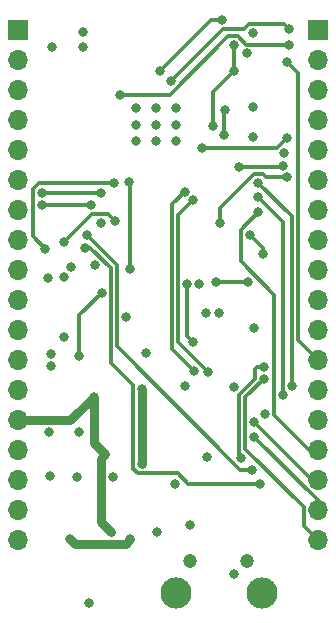
<source format=gbr>
%TF.GenerationSoftware,KiCad,Pcbnew,(5.1.7-0-10_14)*%
%TF.CreationDate,2020-11-01T22:18:58+09:00*%
%TF.ProjectId,esp32-dev,65737033-322d-4646-9576-2e6b69636164,rev?*%
%TF.SameCoordinates,Original*%
%TF.FileFunction,Copper,L4,Bot*%
%TF.FilePolarity,Positive*%
%FSLAX46Y46*%
G04 Gerber Fmt 4.6, Leading zero omitted, Abs format (unit mm)*
G04 Created by KiCad (PCBNEW (5.1.7-0-10_14)) date 2020-11-01 22:18:58*
%MOMM*%
%LPD*%
G01*
G04 APERTURE LIST*
%TA.AperFunction,ComponentPad*%
%ADD10C,1.200000*%
%TD*%
%TA.AperFunction,ComponentPad*%
%ADD11C,2.640000*%
%TD*%
%TA.AperFunction,ComponentPad*%
%ADD12O,1.700000X1.700000*%
%TD*%
%TA.AperFunction,ComponentPad*%
%ADD13R,1.700000X1.700000*%
%TD*%
%TA.AperFunction,ViaPad*%
%ADD14C,0.800000*%
%TD*%
%TA.AperFunction,Conductor*%
%ADD15C,0.750000*%
%TD*%
%TA.AperFunction,Conductor*%
%ADD16C,0.300000*%
%TD*%
G04 APERTURE END LIST*
D10*
%TO.P,J2,MH4*%
%TO.N,N/C*%
X135575000Y-114020000D03*
%TO.P,J2,MH3*%
X140425000Y-114020000D03*
D11*
%TO.P,J2,MH2*%
X134375000Y-116700000D03*
%TO.P,J2,MH1*%
X141625000Y-116700000D03*
%TD*%
D12*
%TO.P,J5,18*%
%TO.N,VBUS*%
X121000000Y-112240000D03*
%TO.P,J5,17*%
%TO.N,VDD*%
X121000000Y-109700000D03*
%TO.P,J5,16*%
%TO.N,Net-(J5-Pad16)*%
X121000000Y-107160000D03*
%TO.P,J5,15*%
%TO.N,GND*%
X121000000Y-104620000D03*
%TO.P,J5,14*%
%TO.N,+BATT*%
X121000000Y-102080000D03*
%TO.P,J5,13*%
%TO.N,EN*%
X121000000Y-99540000D03*
%TO.P,J5,12*%
%TO.N,Net-(J5-Pad12)*%
X121000000Y-97000000D03*
%TO.P,J5,11*%
%TO.N,Net-(J5-Pad11)*%
X121000000Y-94460000D03*
%TO.P,J5,10*%
%TO.N,IO2*%
X121000000Y-91920000D03*
%TO.P,J5,9*%
%TO.N,IO5*%
X121000000Y-89380000D03*
%TO.P,J5,8*%
%TO.N,IO13*%
X121000000Y-86840000D03*
%TO.P,J5,7*%
%TO.N,IO33*%
X121000000Y-84300000D03*
%TO.P,J5,6*%
%TO.N,IO32*%
X121000000Y-81760000D03*
%TO.P,J5,5*%
%TO.N,IO27*%
X121000000Y-79220000D03*
%TO.P,J5,4*%
%TO.N,IO26_DAC2*%
X121000000Y-76680000D03*
%TO.P,J5,3*%
%TO.N,IO25_DAC1*%
X121000000Y-74140000D03*
%TO.P,J5,2*%
%TO.N,TXD0*%
X121000000Y-71600000D03*
D13*
%TO.P,J5,1*%
%TO.N,RXD0*%
X121000000Y-69060000D03*
%TD*%
%TO.P,J6,1*%
%TO.N,I36*%
X146400000Y-69060000D03*
D12*
%TO.P,J6,2*%
%TO.N,I39*%
X146400000Y-71600000D03*
%TO.P,J6,3*%
%TO.N,I34*%
X146400000Y-74140000D03*
%TO.P,J6,4*%
%TO.N,I35*%
X146400000Y-76680000D03*
%TO.P,J6,5*%
%TO.N,IO15*%
X146400000Y-79220000D03*
%TO.P,J6,6*%
%TO.N,Net-(J6-Pad6)*%
X146400000Y-81760000D03*
%TO.P,J6,7*%
%TO.N,GPIO0*%
X146400000Y-84300000D03*
%TO.P,J6,8*%
%TO.N,IO18*%
X146400000Y-86840000D03*
%TO.P,J6,9*%
%TO.N,IO23*%
X146400000Y-89380000D03*
%TO.P,J6,10*%
%TO.N,IO19*%
X146400000Y-91920000D03*
%TO.P,J6,11*%
%TO.N,IO21*%
X146400000Y-94460000D03*
%TO.P,J6,12*%
%TO.N,IO22*%
X146400000Y-97000000D03*
%TO.P,J6,13*%
%TO.N,IO14*%
X146400000Y-99540000D03*
%TO.P,J6,14*%
%TO.N,IO12*%
X146400000Y-102080000D03*
%TO.P,J6,15*%
%TO.N,IO4*%
X146400000Y-104620000D03*
%TO.P,J6,16*%
%TO.N,IO16*%
X146400000Y-107160000D03*
%TO.P,J6,17*%
%TO.N,IO17*%
X146400000Y-109700000D03*
%TO.P,J6,18*%
%TO.N,RESET*%
X146400000Y-112240000D03*
%TD*%
D14*
%TO.N,GND*%
X132700000Y-78500000D03*
X132700000Y-77100000D03*
X132700000Y-75700000D03*
X131000000Y-75700000D03*
X131000000Y-77100000D03*
X131000000Y-78500000D03*
X134400000Y-78500000D03*
X134400000Y-77100000D03*
X134400000Y-75700000D03*
X131800000Y-96400000D03*
X135100000Y-99200000D03*
X139300000Y-99300000D03*
X129000000Y-106900000D03*
X126000000Y-106900000D03*
X123700000Y-106800000D03*
X123600000Y-103100000D03*
X126200000Y-103100000D03*
X136300000Y-90600000D03*
X125500000Y-89100000D03*
X124900000Y-90000000D03*
X123500000Y-90100000D03*
X128000000Y-85400000D03*
X126500000Y-69200000D03*
X140900000Y-69300000D03*
X127000000Y-117600000D03*
X139300000Y-115100000D03*
X138000000Y-93000000D03*
X136900000Y-93000000D03*
X132800000Y-111600000D03*
X134300000Y-107500000D03*
X135600000Y-111000000D03*
X123800000Y-96500000D03*
X124900000Y-95100000D03*
%TO.N,I35*%
X123800000Y-97500000D03*
%TO.N,+BATT*%
X128400000Y-105000000D03*
X128900000Y-111600000D03*
%TO.N,VDD*%
X141900000Y-101600000D03*
X126500000Y-70500000D03*
%TO.N,Net-(C2-Pad1)*%
X131500000Y-105850000D03*
X131500000Y-99500000D03*
%TO.N,VDD*%
X123900000Y-70500000D03*
X127500000Y-89000000D03*
X130100000Y-93400000D03*
X141000000Y-94281998D03*
X136961108Y-105238892D03*
%TO.N,+BATT*%
X127400000Y-100100000D03*
%TO.N,RESET*%
X141700000Y-88000000D03*
X140600000Y-86400000D03*
X141800000Y-98600000D03*
%TO.N,VBUS*%
X130500000Y-112200000D03*
X125400000Y-112200000D03*
%TO.N,IO21*%
X140900000Y-75600000D03*
%TO.N,IO17*%
X141350000Y-82000000D03*
X144200000Y-99213680D03*
X141000000Y-103500000D03*
%TO.N,IO16*%
X141350000Y-83200000D03*
X143450000Y-100000000D03*
X141000000Y-102300000D03*
%TO.N,DTR*%
X140472295Y-90383365D03*
X137800000Y-90400000D03*
%TO.N,RTS*%
X141830331Y-97569669D03*
X139900000Y-105300000D03*
%TO.N,CH340GND*%
X135300000Y-90600000D03*
X135800000Y-95500000D03*
%TO.N,TXD0*%
X137100000Y-98000000D03*
X135800000Y-83500000D03*
X138462170Y-77937830D03*
X138500000Y-75800000D03*
%TO.N,RXD0*%
X139252831Y-70347169D03*
X139292169Y-72507831D03*
X135900000Y-97900000D03*
X135092892Y-82792892D03*
X137500000Y-77200000D03*
%TO.N,I35*%
X126197887Y-96669036D03*
X128099989Y-91300000D03*
X130500000Y-89324999D03*
X130400000Y-81900000D03*
X143800000Y-78200000D03*
X136600000Y-79100000D03*
%TO.N,I36*%
X138300000Y-68200000D03*
X133000000Y-72535000D03*
%TO.N,I39*%
X143900000Y-68950000D03*
X133912170Y-73387830D03*
%TO.N,I34*%
X143900000Y-70300000D03*
X129599998Y-74537829D03*
%TO.N,IO32*%
X123007168Y-82892832D03*
X128000000Y-82900000D03*
%TO.N,IO33*%
X123000000Y-83900000D03*
X127200000Y-83900000D03*
%TO.N,IO14*%
X126800000Y-86400000D03*
X140800000Y-106300000D03*
%TO.N,IO12*%
X126700000Y-87500000D03*
X141500000Y-107500000D03*
%TO.N,IO13*%
X124900000Y-87000000D03*
X129200000Y-85200000D03*
%TO.N,IO15*%
X138100000Y-85400000D03*
X143800002Y-81536331D03*
%TO.N,IO4*%
X141350000Y-84500000D03*
%TO.N,IO5*%
X123300000Y-87590000D03*
X129100000Y-82000000D03*
X139700000Y-80700000D03*
X143400000Y-80600000D03*
%TO.N,IO18*%
X143558955Y-79501707D03*
%TO.N,IO19*%
X140900000Y-78100000D03*
%TO.N,IO22*%
X143800000Y-71800000D03*
%TO.N,IO23*%
X140405375Y-71050000D03*
%TD*%
D15*
%TO.N,Net-(C2-Pad1)*%
X131500000Y-105850000D02*
X131500000Y-99500000D01*
%TO.N,+BATT*%
X128000001Y-110700001D02*
X128900000Y-111600000D01*
X128000001Y-105399999D02*
X128000001Y-110700001D01*
X128400000Y-105000000D02*
X128000001Y-105399999D01*
X125420000Y-102080000D02*
X127400000Y-100100000D01*
X121000000Y-102080000D02*
X125420000Y-102080000D01*
X127400000Y-104000000D02*
X128400000Y-105000000D01*
X127400000Y-100100000D02*
X127400000Y-104000000D01*
D16*
%TO.N,RESET*%
X141700000Y-87500000D02*
X140600000Y-86400000D01*
X141700000Y-88000000D02*
X141700000Y-87500000D01*
X145199999Y-109489997D02*
X145199999Y-111039999D01*
X140249999Y-104539997D02*
X145199999Y-109489997D01*
X145199999Y-111039999D02*
X146400000Y-112240000D01*
X140249999Y-100150001D02*
X140249999Y-104539997D01*
X141800000Y-98600000D02*
X140249999Y-100150001D01*
D15*
%TO.N,VBUS*%
X125799999Y-112599999D02*
X125400000Y-112200000D01*
X130100001Y-112599999D02*
X125799999Y-112599999D01*
X130500000Y-112200000D02*
X130100001Y-112599999D01*
D16*
%TO.N,IO17*%
X144200000Y-84850000D02*
X144200000Y-99213680D01*
X141350000Y-82000000D02*
X144200000Y-84850000D01*
X146400000Y-108900000D02*
X146400000Y-109700000D01*
X141000000Y-103500000D02*
X146400000Y-108900000D01*
%TO.N,IO16*%
X143450000Y-85300000D02*
X143450000Y-100000000D01*
X141350000Y-83200000D02*
X143450000Y-85300000D01*
X145860000Y-107160000D02*
X146400000Y-107160000D01*
X141000000Y-102300000D02*
X145860000Y-107160000D01*
%TO.N,DTR*%
X137816635Y-90383365D02*
X137800000Y-90400000D01*
X140472295Y-90383365D02*
X137816635Y-90383365D01*
%TO.N,RTS*%
X141264646Y-97569669D02*
X141830331Y-97569669D01*
X141049999Y-97784316D02*
X141264646Y-97569669D01*
X141049999Y-98642881D02*
X141049999Y-97784316D01*
X139746440Y-105146440D02*
X139746440Y-99946440D01*
X139746440Y-99946440D02*
X141049999Y-98642881D01*
X139900000Y-105300000D02*
X139746440Y-105146440D01*
%TO.N,CH340GND*%
X135300000Y-95000000D02*
X135800000Y-95500000D01*
X135300000Y-90600000D02*
X135300000Y-95000000D01*
%TO.N,TXD0*%
X134549999Y-95449999D02*
X134549999Y-84750001D01*
X134549999Y-84750001D02*
X135800000Y-83500000D01*
X137100000Y-98000000D02*
X134549999Y-95449999D01*
X138462170Y-75837830D02*
X138500000Y-75800000D01*
X138462170Y-77937830D02*
X138462170Y-75837830D01*
%TO.N,RXD0*%
X139252831Y-72468493D02*
X139292169Y-72507831D01*
X139252831Y-70347169D02*
X139252831Y-72468493D01*
X134049989Y-83835795D02*
X135092892Y-82792892D01*
X134049989Y-96049989D02*
X134049989Y-83835795D01*
X135900000Y-97900000D02*
X134049989Y-96049989D01*
X137500000Y-74300000D02*
X139292169Y-72507831D01*
X137500000Y-77200000D02*
X137500000Y-74300000D01*
%TO.N,I35*%
X126197887Y-93202102D02*
X128099989Y-91300000D01*
X126197887Y-96669036D02*
X126197887Y-93202102D01*
X130500000Y-82000000D02*
X130400000Y-81900000D01*
X130500000Y-89324999D02*
X130500000Y-82000000D01*
X142900000Y-79100000D02*
X136600000Y-79100000D01*
X143800000Y-78200000D02*
X142900000Y-79100000D01*
%TO.N,I36*%
X137335000Y-68200000D02*
X133000000Y-72535000D01*
X138300000Y-68200000D02*
X137335000Y-68200000D01*
%TO.N,I39*%
X138350000Y-68950000D02*
X133912170Y-73387830D01*
X143499999Y-68549999D02*
X140550000Y-68549999D01*
X140550000Y-68549999D02*
X140149999Y-68950000D01*
X140149999Y-68950000D02*
X138350000Y-68950000D01*
X143900000Y-68950000D02*
X143499999Y-68549999D01*
%TO.N,I34*%
X138812834Y-69597168D02*
X133872173Y-74537829D01*
X133872173Y-74537829D02*
X129599998Y-74537829D01*
X140315664Y-70300000D02*
X139612832Y-69597168D01*
X139612832Y-69597168D02*
X138812834Y-69597168D01*
X143900000Y-70300000D02*
X140315664Y-70300000D01*
%TO.N,IO32*%
X127992832Y-82892832D02*
X128000000Y-82900000D01*
X123007168Y-82892832D02*
X127992832Y-82892832D01*
%TO.N,IO33*%
X123000000Y-83900000D02*
X127200000Y-83900000D01*
%TO.N,IO14*%
X139789998Y-106300000D02*
X129349999Y-95860001D01*
X129349999Y-88949999D02*
X126800000Y-86400000D01*
X129349999Y-95860001D02*
X129349999Y-88949999D01*
X140800000Y-106300000D02*
X139789998Y-106300000D01*
%TO.N,IO12*%
X127110002Y-87500000D02*
X126700000Y-87500000D01*
X128849989Y-89239987D02*
X127110002Y-87500000D01*
X130749999Y-99149999D02*
X128849989Y-97249989D01*
X130749999Y-106210001D02*
X130749999Y-99149999D01*
X131139999Y-106600001D02*
X130749999Y-106210001D01*
X134510003Y-106600001D02*
X131139999Y-106600001D01*
X128849989Y-97249989D02*
X128849989Y-89239987D01*
X135410002Y-107500000D02*
X134510003Y-106600001D01*
X141500000Y-107500000D02*
X135410002Y-107500000D01*
%TO.N,IO13*%
X128649999Y-84649999D02*
X129200000Y-85200000D01*
X127250001Y-84649999D02*
X128649999Y-84649999D01*
X124900000Y-87000000D02*
X127250001Y-84649999D01*
%TO.N,IO15*%
X141996333Y-81536331D02*
X143800002Y-81536331D01*
X140989999Y-81249999D02*
X141710001Y-81249999D01*
X138100000Y-84139998D02*
X140989999Y-81249999D01*
X141710001Y-81249999D02*
X141996333Y-81536331D01*
X138100000Y-85400000D02*
X138100000Y-84139998D01*
%TO.N,IO4*%
X139849999Y-86000001D02*
X139849999Y-88651067D01*
X139849999Y-88651067D02*
X142700000Y-91501068D01*
X141350000Y-84500000D02*
X139849999Y-86000001D01*
X145620000Y-104620000D02*
X146400000Y-104620000D01*
X142700000Y-101700000D02*
X145620000Y-104620000D01*
X142700000Y-91501068D02*
X142700000Y-101700000D01*
%TO.N,IO5*%
X122789998Y-82000000D02*
X129100000Y-82000000D01*
X122249999Y-82539999D02*
X122789998Y-82000000D01*
X122249999Y-86539999D02*
X122249999Y-82539999D01*
X123300000Y-87590000D02*
X122249999Y-86539999D01*
X143300000Y-80700000D02*
X143400000Y-80600000D01*
X139700000Y-80700000D02*
X143300000Y-80700000D01*
%TO.N,IO22*%
X144700010Y-95300010D02*
X144700010Y-72700010D01*
X146400000Y-97000000D02*
X144700010Y-95300010D01*
X144700010Y-72700010D02*
X143800000Y-71800000D01*
%TD*%
M02*

</source>
